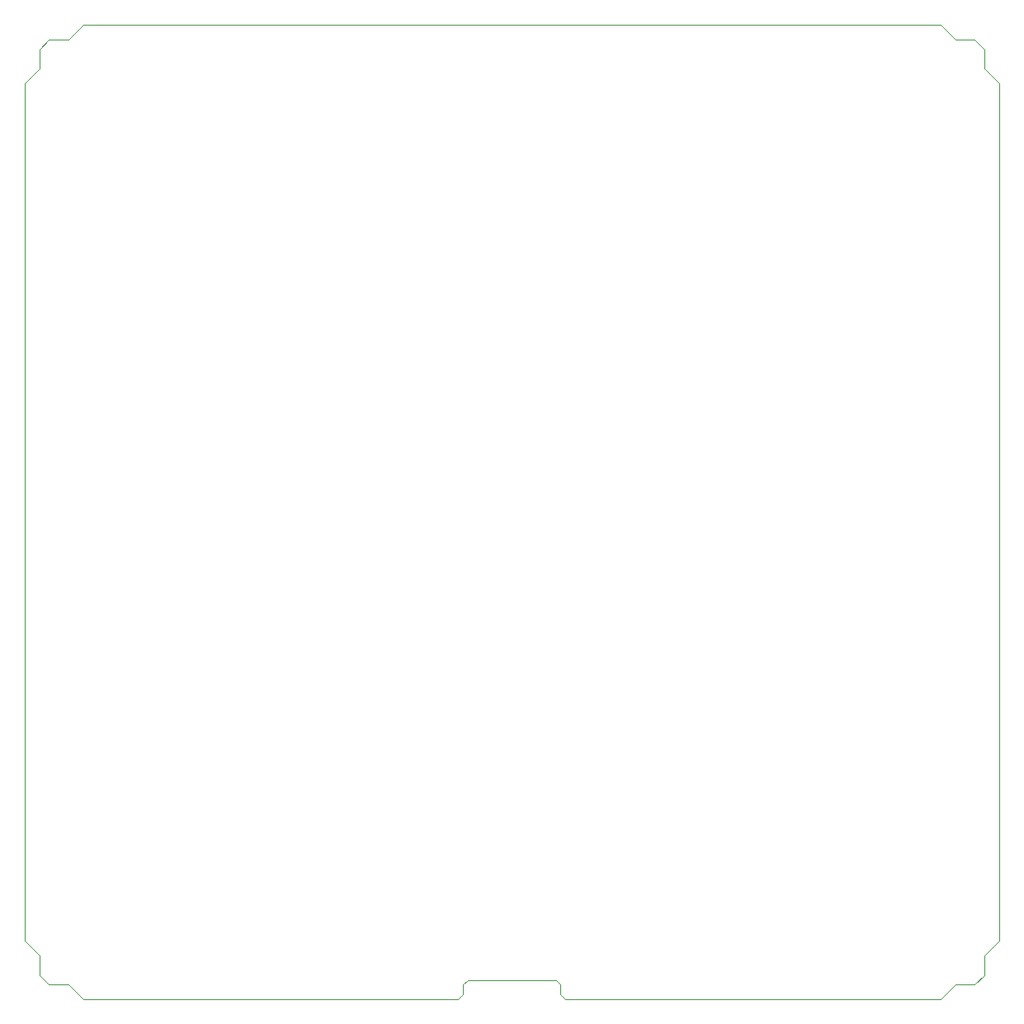
<source format=gbr>
G04 #@! TF.GenerationSoftware,KiCad,Pcbnew,5.1.9+dfsg1-1*
G04 #@! TF.CreationDate,2021-10-27T13:30:11+02:00*
G04 #@! TF.ProjectId,EF44,45463434-2e6b-4696-9361-645f70636258,rev?*
G04 #@! TF.SameCoordinates,Original*
G04 #@! TF.FileFunction,Profile,NP*
%FSLAX46Y46*%
G04 Gerber Fmt 4.6, Leading zero omitted, Abs format (unit mm)*
G04 Created by KiCad (PCBNEW 5.1.9+dfsg1-1) date 2021-10-27 13:30:11*
%MOMM*%
%LPD*%
G01*
G04 APERTURE LIST*
G04 #@! TA.AperFunction,Profile*
%ADD10C,0.050000*%
G04 #@! TD*
G04 APERTURE END LIST*
D10*
X105000000Y-149500000D02*
X105000000Y-148500000D01*
X104500000Y-148000000D02*
X95500000Y-148000000D01*
X95000000Y-148500000D02*
X95000000Y-149500000D01*
X95000000Y-148500000D02*
X95500000Y-148000000D01*
X104500000Y-148000000D02*
X105000000Y-148500000D01*
X105000000Y-149500000D02*
X105500000Y-150000000D01*
X95000000Y-149500000D02*
X94500000Y-150000000D01*
X50000000Y-144000000D02*
X50000000Y-56000000D01*
X51500000Y-145500000D02*
X50000000Y-144000000D01*
X51500000Y-147500000D02*
X51500000Y-145500000D01*
X52500000Y-148500000D02*
X51500000Y-147500000D01*
X54500000Y-148500000D02*
X52500000Y-148500000D01*
X56000000Y-150000000D02*
X54500000Y-148500000D01*
X94500000Y-150000000D02*
X56000000Y-150000000D01*
X144000000Y-150000000D02*
X105500000Y-150000000D01*
X145500000Y-148500000D02*
X144000000Y-150000000D01*
X147500000Y-148500000D02*
X145500000Y-148500000D01*
X148500000Y-147500000D02*
X147500000Y-148500000D01*
X148500000Y-145500000D02*
X148500000Y-147500000D01*
X150000000Y-144000000D02*
X148500000Y-145500000D01*
X150000000Y-56000000D02*
X150000000Y-144000000D01*
X148500000Y-54500000D02*
X150000000Y-56000000D01*
X148500000Y-52500000D02*
X148500000Y-54500000D01*
X147500000Y-51500000D02*
X148500000Y-52500000D01*
X145500000Y-51500000D02*
X147500000Y-51500000D01*
X144000000Y-50000000D02*
X145500000Y-51500000D01*
X56000000Y-50000000D02*
X144000000Y-50000000D01*
X54500000Y-51500000D02*
X56000000Y-50000000D01*
X52500000Y-51500000D02*
X54500000Y-51500000D01*
X51500000Y-52500000D02*
X52500000Y-51500000D01*
X51500000Y-54500000D02*
X51500000Y-52500000D01*
X50000000Y-56000000D02*
X51500000Y-54500000D01*
M02*

</source>
